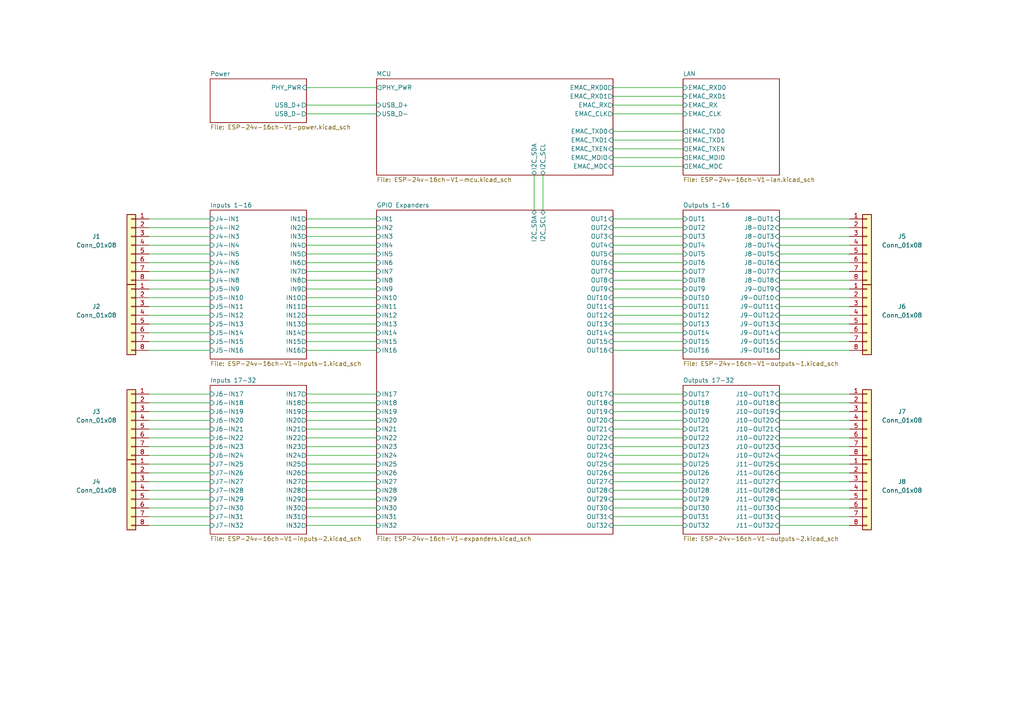
<source format=kicad_sch>
(kicad_sch (version 20230121) (generator eeschema)
  (paper "A4")
  (title_block (title "ESP 16x 24VDC Input 16x 24VDC Output Module") (date "2023-05-05") (rev "V1"))
  (lib_symbols
    (symbol "Connector_Generic:Conn_01x08" (pin_names (offset 1.016) hide)
      (property "Reference" "J" (at 0 10.16 0))
      (property "Value" "Conn_01x08" (at 0 -12.7 0))
      (symbol "Conn_01x08_1_1"
        (rectangle (start -1.27 -10.033) (end 0 -10.287) (stroke (width 0.1524)))
        (rectangle (start -1.27 -7.493) (end 0 -7.747) (stroke (width 0.1524)))
        (rectangle (start -1.27 -4.953) (end 0 -5.207) (stroke (width 0.1524)))
        (rectangle (start -1.27 -2.413) (end 0 -2.667) (stroke (width 0.1524)))
        (rectangle (start -1.27 0.127) (end 0 -0.127) (stroke (width 0.1524)))
        (rectangle (start -1.27 2.667) (end 0 2.413) (stroke (width 0.1524)))
        (rectangle (start -1.27 5.207) (end 0 4.953) (stroke (width 0.1524)))
        (rectangle (start -1.27 7.747) (end 0 7.493) (stroke (width 0.1524)))
        (rectangle (start -1.27 8.89) (end 1.27 -11.43) (stroke (width 0.254)) (fill (type background)))
        (pin passive line (at -5.08 7.62 0) (length 3.81) (name "Pin_1") (number "1"))
        (pin passive line (at -5.08 5.08 0) (length 3.81) (name "Pin_2") (number "2"))
        (pin passive line (at -5.08 2.54 0) (length 3.81) (name "Pin_3") (number "3"))
        (pin passive line (at -5.08 0 0) (length 3.81) (name "Pin_4") (number "4"))
        (pin passive line (at -5.08 -2.54 0) (length 3.81) (name "Pin_5") (number "5"))
        (pin passive line (at -5.08 -5.08 0) (length 3.81) (name "Pin_6") (number "6"))
        (pin passive line (at -5.08 -7.62 0) (length 3.81) (name "Pin_7") (number "7"))
        (pin passive line (at -5.08 -10.16 0) (length 3.81) (name "Pin_8") (number "8"))
      )
    )
  )
  (wire (pts (xy 88.9 101.6) (xy 109.22 101.6)))
  (wire (pts (xy 177.8 114.3) (xy 198.12 114.3)))
  (wire (pts (xy 43.18 139.7) (xy 60.96 139.7)))
  (wire (pts (xy 88.9 83.82) (xy 109.22 83.82)))
  (wire (pts (xy 177.8 38.1) (xy 198.12 38.1)))
  (wire (pts (xy 226.06 68.58) (xy 246.38 68.58)))
  (wire (pts (xy 88.9 142.24) (xy 109.22 142.24)))
  (wire (pts (xy 177.8 116.84) (xy 198.12 116.84)))
  (wire (pts (xy 88.9 33.02) (xy 109.22 33.02)))
  (wire (pts (xy 177.8 121.92) (xy 198.12 121.92)))
  (wire (pts (xy 177.8 127) (xy 198.12 127)))
  (wire (pts (xy 177.8 132.08) (xy 198.12 132.08)))
  (wire (pts (xy 177.8 48.26) (xy 198.12 48.26)))
  (wire (pts (xy 43.18 66.04) (xy 60.96 66.04)))
  (wire (pts (xy 226.06 101.6) (xy 246.38 101.6)))
  (wire (pts (xy 226.06 127) (xy 246.38 127)))
  (wire (pts (xy 226.06 121.92) (xy 246.38 121.92)))
  (wire (pts (xy 226.06 147.32) (xy 246.38 147.32)))
  (wire (pts (xy 226.06 78.74) (xy 246.38 78.74)))
  (wire (pts (xy 88.9 25.4) (xy 109.22 25.4)))
  (wire (pts (xy 226.06 114.3) (xy 246.38 114.3)))
  (wire (pts (xy 177.8 152.4) (xy 198.12 152.4)))
  (wire (pts (xy 88.9 91.44) (xy 109.22 91.44)))
  (wire (pts (xy 88.9 121.92) (xy 109.22 121.92)))
  (wire (pts (xy 177.8 30.48) (xy 198.12 30.48)))
  (wire (pts (xy 43.18 96.52) (xy 60.96 96.52)))
  (wire (pts (xy 177.8 119.38) (xy 198.12 119.38)))
  (wire (pts (xy 226.06 149.86) (xy 246.38 149.86)))
  (wire (pts (xy 226.06 63.5) (xy 246.38 63.5)))
  (wire (pts (xy 226.06 99.06) (xy 246.38 99.06)))
  (wire (pts (xy 88.9 88.9) (xy 109.22 88.9)))
  (wire (pts (xy 177.8 68.58) (xy 198.12 68.58)))
  (wire (pts (xy 177.8 142.24) (xy 198.12 142.24)))
  (wire (pts (xy 177.8 91.44) (xy 198.12 91.44)))
  (wire (pts (xy 43.18 124.46) (xy 60.96 124.46)))
  (wire (pts (xy 226.06 71.12) (xy 246.38 71.12)))
  (wire (pts (xy 43.18 76.2) (xy 60.96 76.2)))
  (wire (pts (xy 88.9 86.36) (xy 109.22 86.36)))
  (wire (pts (xy 43.18 101.6) (xy 60.96 101.6)))
  (wire (pts (xy 43.18 81.28) (xy 60.96 81.28)))
  (wire (pts (xy 88.9 144.78) (xy 109.22 144.78)))
  (wire (pts (xy 88.9 124.46) (xy 109.22 124.46)))
  (wire (pts (xy 43.18 147.32) (xy 60.96 147.32)))
  (wire (pts (xy 226.06 134.62) (xy 246.38 134.62)))
  (wire (pts (xy 226.06 96.52) (xy 246.38 96.52)))
  (wire (pts (xy 43.18 119.38) (xy 60.96 119.38)))
  (wire (pts (xy 88.9 73.66) (xy 109.22 73.66)))
  (wire (pts (xy 177.8 27.94) (xy 198.12 27.94)))
  (wire (pts (xy 177.8 66.04) (xy 198.12 66.04)))
  (wire (pts (xy 177.8 147.32) (xy 198.12 147.32)))
  (wire (pts (xy 177.8 40.64) (xy 198.12 40.64)))
  (wire (pts (xy 43.18 152.4) (xy 60.96 152.4)))
  (wire (pts (xy 177.8 139.7) (xy 198.12 139.7)))
  (wire (pts (xy 88.9 134.62) (xy 109.22 134.62)))
  (wire (pts (xy 88.9 132.08) (xy 109.22 132.08)))
  (wire (pts (xy 88.9 30.48) (xy 109.22 30.48)))
  (wire (pts (xy 88.9 149.86) (xy 109.22 149.86)))
  (wire (pts (xy 88.9 127) (xy 109.22 127)))
  (wire (pts (xy 226.06 91.44) (xy 246.38 91.44)))
  (wire (pts (xy 177.8 71.12) (xy 198.12 71.12)))
  (wire (pts (xy 88.9 116.84) (xy 109.22 116.84)))
  (wire (pts (xy 88.9 119.38) (xy 109.22 119.38)))
  (wire (pts (xy 43.18 83.82) (xy 60.96 83.82)))
  (wire (pts (xy 43.18 149.86) (xy 60.96 149.86)))
  (wire (pts (xy 43.18 142.24) (xy 60.96 142.24)))
  (wire (pts (xy 43.18 121.92) (xy 60.96 121.92)))
  (wire (pts (xy 226.06 93.98) (xy 246.38 93.98)))
  (wire (pts (xy 88.9 99.06) (xy 109.22 99.06)))
  (wire (pts (xy 88.9 93.98) (xy 109.22 93.98)))
  (wire (pts (xy 43.18 129.54) (xy 60.96 129.54)))
  (wire (pts (xy 226.06 132.08) (xy 246.38 132.08)))
  (wire (pts (xy 177.8 81.28) (xy 198.12 81.28)))
  (wire (pts (xy 43.18 134.62) (xy 60.96 134.62)))
  (wire (pts (xy 88.9 147.32) (xy 109.22 147.32)))
  (wire (pts (xy 88.9 114.3) (xy 109.22 114.3)))
  (wire (pts (xy 177.8 78.74) (xy 198.12 78.74)))
  (wire (pts (xy 177.8 76.2) (xy 198.12 76.2)))
  (wire (pts (xy 177.8 73.66) (xy 198.12 73.66)))
  (wire (pts (xy 43.18 71.12) (xy 60.96 71.12)))
  (wire (pts (xy 43.18 73.66) (xy 60.96 73.66)))
  (wire (pts (xy 43.18 99.06) (xy 60.96 99.06)))
  (wire (pts (xy 226.06 81.28) (xy 246.38 81.28)))
  (wire (pts (xy 177.8 144.78) (xy 198.12 144.78)))
  (wire (pts (xy 157.48 50.8) (xy 157.48 60.96)))
  (wire (pts (xy 88.9 152.4) (xy 109.22 152.4)))
  (wire (pts (xy 177.8 129.54) (xy 198.12 129.54)))
  (wire (pts (xy 43.18 68.58) (xy 60.96 68.58)))
  (wire (pts (xy 88.9 63.5) (xy 109.22 63.5)))
  (wire (pts (xy 226.06 116.84) (xy 246.38 116.84)))
  (wire (pts (xy 88.9 71.12) (xy 109.22 71.12)))
  (wire (pts (xy 88.9 68.58) (xy 109.22 68.58)))
  (wire (pts (xy 88.9 76.2) (xy 109.22 76.2)))
  (wire (pts (xy 177.8 63.5) (xy 198.12 63.5)))
  (wire (pts (xy 88.9 78.74) (xy 109.22 78.74)))
  (wire (pts (xy 177.8 134.62) (xy 198.12 134.62)))
  (wire (pts (xy 177.8 45.72) (xy 198.12 45.72)))
  (wire (pts (xy 177.8 86.36) (xy 198.12 86.36)))
  (wire (pts (xy 226.06 152.4) (xy 246.38 152.4)))
  (wire (pts (xy 43.18 93.98) (xy 60.96 93.98)))
  (wire (pts (xy 43.18 137.16) (xy 60.96 137.16)))
  (wire (pts (xy 226.06 142.24) (xy 246.38 142.24)))
  (wire (pts (xy 226.06 76.2) (xy 246.38 76.2)))
  (wire (pts (xy 177.8 99.06) (xy 198.12 99.06)))
  (wire (pts (xy 88.9 129.54) (xy 109.22 129.54)))
  (wire (pts (xy 177.8 43.18) (xy 198.12 43.18)))
  (wire (pts (xy 88.9 96.52) (xy 109.22 96.52)))
  (wire (pts (xy 88.9 139.7) (xy 109.22 139.7)))
  (wire (pts (xy 226.06 139.7) (xy 246.38 139.7)))
  (wire (pts (xy 43.18 63.5) (xy 60.96 63.5)))
  (wire (pts (xy 226.06 124.46) (xy 246.38 124.46)))
  (wire (pts (xy 226.06 86.36) (xy 246.38 86.36)))
  (wire (pts (xy 43.18 91.44) (xy 60.96 91.44)))
  (wire (pts (xy 177.8 124.46) (xy 198.12 124.46)))
  (wire (pts (xy 88.9 66.04) (xy 109.22 66.04)))
  (wire (pts (xy 43.18 86.36) (xy 60.96 86.36)))
  (wire (pts (xy 43.18 114.3) (xy 60.96 114.3)))
  (wire (pts (xy 226.06 129.54) (xy 246.38 129.54)))
  (wire (pts (xy 177.8 88.9) (xy 198.12 88.9)))
  (wire (pts (xy 226.06 137.16) (xy 246.38 137.16)))
  (wire (pts (xy 154.94 50.8) (xy 154.94 60.96)))
  (wire (pts (xy 177.8 101.6) (xy 198.12 101.6)))
  (wire (pts (xy 226.06 88.9) (xy 246.38 88.9)))
  (wire (pts (xy 226.06 119.38) (xy 246.38 119.38)))
  (wire (pts (xy 43.18 144.78) (xy 60.96 144.78)))
  (wire (pts (xy 177.8 93.98) (xy 198.12 93.98)))
  (wire (pts (xy 43.18 88.9) (xy 60.96 88.9)))
  (wire (pts (xy 226.06 73.66) (xy 246.38 73.66)))
  (wire (pts (xy 177.8 149.86) (xy 198.12 149.86)))
  (wire (pts (xy 43.18 132.08) (xy 60.96 132.08)))
  (wire (pts (xy 177.8 96.52) (xy 198.12 96.52)))
  (wire (pts (xy 88.9 81.28) (xy 109.22 81.28)))
  (wire (pts (xy 43.18 78.74) (xy 60.96 78.74)))
  (wire (pts (xy 177.8 33.02) (xy 198.12 33.02)))
  (wire (pts (xy 226.06 83.82) (xy 246.38 83.82)))
  (wire (pts (xy 177.8 25.4) (xy 198.12 25.4)))
  (wire (pts (xy 226.06 144.78) (xy 246.38 144.78)))
  (wire (pts (xy 177.8 137.16) (xy 198.12 137.16)))
  (wire (pts (xy 177.8 83.82) (xy 198.12 83.82)))
  (wire (pts (xy 88.9 137.16) (xy 109.22 137.16)))
  (wire (pts (xy 43.18 116.84) (xy 60.96 116.84)))
  (wire (pts (xy 226.06 66.04) (xy 246.38 66.04)))
  (wire (pts (xy 43.18 127) (xy 60.96 127)))
  (symbol (lib_id "Connector_Generic:Conn_01x08") (at 251.46 91.44 0) (unit 1)
    (property "Reference" "J6" (at 261.62 88.9 0))
    (property "Value" "Conn_01x08" (at 261.62 91.44 0))
    (property "Footprint" "Tales:TerminalBlock_Dorabo_DB141V-2.54-08P_1x08_P2.54mm_Vertical" (effects hide))
    (property "JLCPCB BOM" "1" (effects hide))
    (property "LCSC Part #" "C2898750" (effects hide))
    (property "Mfr" "DIBO" (effects hide))
    (property "Mfr PN" "DB141V-2.54-8P" (effects hide))
    (property "Vendor" "JLCPCB" (effects hide))
    (property "Vendor PN" "C2898750" (effects hide))
  )
  (symbol (lib_id "Connector_Generic:Conn_01x08") (at 251.46 121.92 0) (unit 1)
    (property "Reference" "J7" (at 261.62 119.38 0))
    (property "Value" "Conn_01x08" (at 261.62 121.92 0))
    (property "Footprint" "Tales:TerminalBlock_Dorabo_DB141V-2.54-08P_1x08_P2.54mm_Vertical" (effects hide))
    (property "JLCPCB BOM" "1" (effects hide))
    (property "LCSC Part #" "C2898750" (effects hide))
    (property "Mfr" "DIBO" (effects hide))
    (property "Mfr PN" "DB141V-2.54-8P" (effects hide))
    (property "Vendor" "JLCPCB" (effects hide))
    (property "Vendor PN" "C2898750" (effects hide))
  )
  (symbol (lib_id "Connector_Generic:Conn_01x08") (at 251.46 71.12 0) (unit 1)
    (property "Reference" "J5" (at 261.62 68.58 0))
    (property "Value" "Conn_01x08" (at 261.62 71.12 0))
    (property "Footprint" "Tales:TerminalBlock_Dorabo_DB141V-2.54-08P_1x08_P2.54mm_Vertical" (effects hide))
    (property "JLCPCB BOM" "1" (effects hide))
    (property "LCSC Part #" "C2898750" (effects hide))
    (property "Mfr" "DIBO" (effects hide))
    (property "Mfr PN" "DB141V-2.54-8P" (effects hide))
    (property "Vendor" "JLCPCB" (effects hide))
    (property "Vendor PN" "C2898750" (effects hide))
  )
  (symbol (lib_id "Connector_Generic:Conn_01x08") (at 38.1 91.44 0) (mirror y) (unit 1)
    (property "Reference" "J2" (at 27.94 88.9 0))
    (property "Value" "Conn_01x08" (at 27.94 91.44 0))
    (property "Footprint" "Tales:TerminalBlock_Dorabo_DB141V-2.54-08P_1x08_P2.54mm_Vertical" (effects hide))
    (property "JLCPCB BOM" "1" (effects hide))
    (property "LCSC Part #" "C2898750" (effects hide))
    (property "Mfr" "DIBO" (effects hide))
    (property "Mfr PN" "DB141V-2.54-8P" (effects hide))
    (property "Vendor" "JLCPCB" (effects hide))
    (property "Vendor PN" "C2898750" (effects hide))
  )
  (symbol (lib_id "Connector_Generic:Conn_01x08") (at 38.1 71.12 0) (mirror y) (unit 1)
    (property "Reference" "J1" (at 27.94 68.58 0))
    (property "Value" "Conn_01x08" (at 27.94 71.12 0))
    (property "Footprint" "Tales:TerminalBlock_Dorabo_DB141V-2.54-08P_1x08_P2.54mm_Vertical" (effects hide))
    (property "JLCPCB BOM" "1" (effects hide))
    (property "LCSC Part #" "C2898750" (effects hide))
    (property "Mfr" "DIBO" (effects hide))
    (property "Mfr PN" "DB141V-2.54-8P" (effects hide))
    (property "Vendor" "JLCPCB" (effects hide))
    (property "Vendor PN" "C2898750" (effects hide))
  )
  (symbol (lib_id "Connector_Generic:Conn_01x08") (at 251.46 142.24 0) (unit 1)
    (property "Reference" "J8" (at 261.62 139.7 0))
    (property "Value" "Conn_01x08" (at 261.62 142.24 0))
    (property "Footprint" "Tales:TerminalBlock_Dorabo_DB141V-2.54-08P_1x08_P2.54mm_Vertical" (effects hide))
    (property "JLCPCB BOM" "1" (effects hide))
    (property "LCSC Part #" "C2898750" (effects hide))
    (property "Mfr" "DIBO" (effects hide))
    (property "Mfr PN" "DB141V-2.54-8P" (effects hide))
    (property "Vendor" "JLCPCB" (effects hide))
    (property "Vendor PN" "C2898750" (effects hide))
  )
  (symbol (lib_id "Connector_Generic:Conn_01x08") (at 38.1 121.92 0) (mirror y) (unit 1)
    (property "Reference" "J3" (at 27.94 119.38 0))
    (property "Value" "Conn_01x08" (at 27.94 121.92 0))
    (property "Footprint" "Tales:TerminalBlock_Dorabo_DB141V-2.54-08P_1x08_P2.54mm_Vertical" (effects hide))
    (property "JLCPCB BOM" "1" (effects hide))
    (property "LCSC Part #" "C2898750" (effects hide))
    (property "Mfr" "DIBO" (effects hide))
    (property "Mfr PN" "DB141V-2.54-8P" (effects hide))
    (property "Vendor" "JLCPCB" (effects hide))
    (property "Vendor PN" "C2898750" (effects hide))
  )
  (symbol (lib_id "Connector_Generic:Conn_01x08") (at 38.1 142.24 0) (mirror y) (unit 1)
    (property "Reference" "J4" (at 27.94 139.7 0))
    (property "Value" "Conn_01x08" (at 27.94 142.24 0))
    (property "Footprint" "Tales:TerminalBlock_Dorabo_DB141V-2.54-08P_1x08_P2.54mm_Vertical" (effects hide))
    (property "JLCPCB BOM" "1" (effects hide))
    (property "LCSC Part #" "C2898750" (effects hide))
    (property "Mfr" "DIBO" (effects hide))
    (property "Mfr PN" "DB141V-2.54-8P" (effects hide))
    (property "Vendor" "JLCPCB" (effects hide))
    (property "Vendor PN" "C2898750" (effects hide))
  )
  (sheet (at 60.96 111.76) (size 27.94 43.18) (stroke (width 0.1524))
    (property "Sheetname" "Inputs 17-32" (at 60.96 111.0484 0) (effects (justify left bottom)))
    (property "Sheetfile" "ESP-24v-16ch-V1-inputs-2.kicad_sch" (at 60.96 155.5246 0) (effects (justify left top)))
    (pin "IN19" output (at 88.9 119.38 0))
    (pin "IN20" output (at 88.9 121.92 0))
    (pin "IN18" output (at 88.9 116.84 0))
    (pin "IN17" output (at 88.9 114.3 0))
    (pin "IN30" output (at 88.9 147.32 0))
    (pin "IN25" output (at 88.9 134.62 0))
    (pin "IN26" output (at 88.9 137.16 0))
    (pin "IN29" output (at 88.9 144.78 0))
    (pin "IN27" output (at 88.9 139.7 0))
    (pin "IN28" output (at 88.9 142.24 0))
    (pin "IN31" output (at 88.9 149.86 0))
    (pin "IN32" output (at 88.9 152.4 0))
    (pin "IN21" output (at 88.9 124.46 0))
    (pin "IN24" output (at 88.9 132.08 0))
    (pin "IN22" output (at 88.9 127 0))
    (pin "IN23" output (at 88.9 129.54 0))
    (pin "J6-IN20" input (at 60.96 121.92 180))
    (pin "J6-IN24" input (at 60.96 132.08 180))
    (pin "J7-IN27" input (at 60.96 139.7 180))
    (pin "J6-IN23" input (at 60.96 129.54 180))
    (pin "J7-IN28" input (at 60.96 142.24 180))
    (pin "J6-IN19" input (at 60.96 119.38 180))
    (pin "J7-IN32" input (at 60.96 152.4 180))
    (pin "J7-IN31" input (at 60.96 149.86 180))
    (pin "J6-IN21" input (at 60.96 124.46 180))
    (pin "J6-IN22" input (at 60.96 127 180))
    (pin "J6-IN17" input (at 60.96 114.3 180))
    (pin "J6-IN18" input (at 60.96 116.84 180))
    (pin "J7-IN30" input (at 60.96 147.32 180))
    (pin "J7-IN29" input (at 60.96 144.78 180))
    (pin "J7-IN26" input (at 60.96 137.16 180))
    (pin "J7-IN25" input (at 60.96 134.62 180))
  )
  (sheet (at 198.12 60.96) (size 27.94 43.18) (stroke (width 0.1524))
    (property "Sheetname" "Outputs 1-16" (at 198.12 60.2484 0) (effects (justify left bottom)))
    (property "Sheetfile" "ESP-24v-16ch-V1-outputs-1.kicad_sch" (at 198.12 104.7246 0) (effects (justify left top)))
    (pin "OUT5" input (at 198.12 73.66 180))
    (pin "J8-OUT1" input (at 226.06 63.5 0))
    (pin "OUT1" input (at 198.12 63.5 180))
    (pin "OUT6" input (at 198.12 76.2 180))
    (pin "OUT7" input (at 198.12 78.74 180))
    (pin "OUT2" input (at 198.12 66.04 180))
    (pin "J8-OUT3" input (at 226.06 68.58 0))
    (pin "J8-OUT2" input (at 226.06 66.04 0))
    (pin "J8-OUT4" input (at 226.06 71.12 0))
    (pin "OUT4" input (at 198.12 71.12 180))
    (pin "OUT3" input (at 198.12 68.58 180))
    (pin "J8-OUT6" input (at 226.06 76.2 0))
    (pin "J8-OUT7" input (at 226.06 78.74 0))
    (pin "OUT11" input (at 198.12 88.9 180))
    (pin "OUT10" input (at 198.12 86.36 180))
    (pin "OUT9" input (at 198.12 83.82 180))
    (pin "J8-OUT5" input (at 226.06 73.66 0))
    (pin "J8-OUT8" input (at 226.06 81.28 0))
    (pin "OUT12" input (at 198.12 91.44 180))
    (pin "OUT8" input (at 198.12 81.28 180))
    (pin "J9-OUT9" input (at 226.06 83.82 0))
    (pin "J9-OUT10" input (at 226.06 86.36 0))
    (pin "J9-OUT11" input (at 226.06 88.9 0))
    (pin "J9-OUT12" input (at 226.06 91.44 0))
    (pin "OUT13" input (at 198.12 93.98 180))
    (pin "OUT14" input (at 198.12 96.52 180))
    (pin "J9-OUT13" input (at 226.06 93.98 0))
    (pin "J9-OUT14" input (at 226.06 96.52 0))
    (pin "OUT15" input (at 198.12 99.06 180))
    (pin "J9-OUT15" input (at 226.06 99.06 0))
    (pin "OUT16" input (at 198.12 101.6 180))
    (pin "J9-OUT16" input (at 226.06 101.6 0))
  )
  (sheet (at 60.96 22.86) (size 27.94 12.7) (stroke (width 0.1524))
    (property "Sheetname" "Power" (at 60.96 22.1484 0) (effects (justify left bottom)))
    (property "Sheetfile" "ESP-24v-16ch-V1-power.kicad_sch" (at 60.96 36.1446 0) (effects (justify left top)))
    (pin "PHY_PWR" input (at 88.9 25.4 0))
    (pin "USB_D+" output (at 88.9 30.48 0))
    (pin "USB_D-" output (at 88.9 33.02 0))
  )
  (sheet (at 60.96 60.96) (size 27.94 43.18) (stroke (width 0.1524))
    (property "Sheetname" "Inputs 1-16" (at 60.96 60.2484 0) (effects (justify left bottom)))
    (property "Sheetfile" "ESP-24v-16ch-V1-inputs-1.kicad_sch" (at 60.96 104.7246 0) (effects (justify left top)))
    (pin "IN7" output (at 88.9 78.74 0))
    (pin "IN8" output (at 88.9 81.28 0))
    (pin "IN4" output (at 88.9 71.12 0))
    (pin "IN3" output (at 88.9 68.58 0))
    (pin "IN5" output (at 88.9 73.66 0))
    (pin "IN6" output (at 88.9 76.2 0))
    (pin "IN2" output (at 88.9 66.04 0))
    (pin "IN1" output (at 88.9 63.5 0))
    (pin "IN14" output (at 88.9 96.52 0))
    (pin "IN10" output (at 88.9 86.36 0))
    (pin "IN15" output (at 88.9 99.06 0))
    (pin "IN16" output (at 88.9 101.6 0))
    (pin "IN9" output (at 88.9 83.82 0))
    (pin "IN12" output (at 88.9 91.44 0))
    (pin "IN11" output (at 88.9 88.9 0))
    (pin "IN13" output (at 88.9 93.98 0))
    (pin "J4-IN4" input (at 60.96 71.12 180))
    (pin "J4-IN2" input (at 60.96 66.04 180))
    (pin "J4-IN1" input (at 60.96 63.5 180))
    (pin "J4-IN3" input (at 60.96 68.58 180))
    (pin "J4-IN7" input (at 60.96 78.74 180))
    (pin "J4-IN8" input (at 60.96 81.28 180))
    (pin "J4-IN6" input (at 60.96 76.2 180))
    (pin "J4-IN5" input (at 60.96 73.66 180))
    (pin "J5-IN16" input (at 60.96 101.6 180))
    (pin "J5-IN13" input (at 60.96 93.98 180))
    (pin "J5-IN14" input (at 60.96 96.52 180))
    (pin "J5-IN15" input (at 60.96 99.06 180))
    (pin "J5-IN9" input (at 60.96 83.82 180))
    (pin "J5-IN12" input (at 60.96 91.44 180))
    (pin "J5-IN10" input (at 60.96 86.36 180))
    (pin "J5-IN11" input (at 60.96 88.9 180))
  )
  (sheet (at 109.22 60.96) (size 68.58 93.98) (stroke (width 0.1524))
    (property "Sheetname" "GPIO Expanders" (at 109.22 60.2484 0) (effects (justify left bottom)))
    (property "Sheetfile" "ESP-24v-16ch-V1-expanders.kicad_sch" (at 109.22 155.5246 0) (effects (justify left top)))
    (pin "IN8" input (at 109.22 81.28 180))
    (pin "IN6" input (at 109.22 76.2 180))
    (pin "IN5" input (at 109.22 73.66 180))
    (pin "IN7" input (at 109.22 78.74 180))
    (pin "IN4" input (at 109.22 71.12 180))
    (pin "IN2" input (at 109.22 66.04 180))
    (pin "IN3" input (at 109.22 68.58 180))
    (pin "IN1" input (at 109.22 63.5 180))
    (pin "OUT20" input (at 177.8 121.92 0))
    (pin "OUT19" input (at 177.8 119.38 0))
    (pin "OUT18" input (at 177.8 116.84 0))
    (pin "OUT21" input (at 177.8 124.46 0))
    (pin "OUT24" input (at 177.8 132.08 0))
    (pin "OUT22" input (at 177.8 127 0))
    (pin "OUT23" input (at 177.8 129.54 0))
    (pin "OUT14" input (at 177.8 96.52 0))
    (pin "OUT16" input (at 177.8 101.6 0))
    (pin "OUT15" input (at 177.8 99.06 0))
    (pin "OUT13" input (at 177.8 93.98 0))
    (pin "OUT9" input (at 177.8 83.82 0))
    (pin "OUT10" input (at 177.8 86.36 0))
    (pin "OUT11" input (at 177.8 88.9 0))
    (pin "OUT12" input (at 177.8 91.44 0))
    (pin "IN15" input (at 109.22 99.06 180))
    (pin "IN16" input (at 109.22 101.6 180))
    (pin "IN9" input (at 109.22 83.82 180))
    (pin "IN11" input (at 109.22 88.9 180))
    (pin "IN10" input (at 109.22 86.36 180))
    (pin "IN12" input (at 109.22 91.44 180))
    (pin "IN14" input (at 109.22 96.52 180))
    (pin "IN13" input (at 109.22 93.98 180))
    (pin "IN25" input (at 109.22 134.62 180))
    (pin "IN27" input (at 109.22 139.7 180))
    (pin "IN26" input (at 109.22 137.16 180))
    (pin "IN28" input (at 109.22 142.24 180))
    (pin "IN29" input (at 109.22 144.78 180))
    (pin "IN30" input (at 109.22 147.32 180))
    (pin "IN32" input (at 109.22 152.4 180))
    (pin "IN17" input (at 109.22 114.3 180))
    (pin "IN31" input (at 109.22 149.86 180))
    (pin "IN24" input (at 109.22 132.08 180))
    (pin "IN23" input (at 109.22 129.54 180))
    (pin "IN22" input (at 109.22 127 180))
    (pin "IN18" input (at 109.22 116.84 180))
    (pin "IN21" input (at 109.22 124.46 180))
    (pin "IN19" input (at 109.22 119.38 180))
    (pin "IN20" input (at 109.22 121.92 180))
    (pin "OUT4" input (at 177.8 71.12 0))
    (pin "OUT3" input (at 177.8 68.58 0))
    (pin "OUT5" input (at 177.8 73.66 0))
    (pin "OUT7" input (at 177.8 78.74 0))
    (pin "OUT6" input (at 177.8 76.2 0))
    (pin "OUT8" input (at 177.8 81.28 0))
    (pin "OUT2" input (at 177.8 66.04 0))
    (pin "OUT1" input (at 177.8 63.5 0))
    (pin "OUT32" input (at 177.8 152.4 0))
    (pin "OUT17" input (at 177.8 114.3 0))
    (pin "OUT27" input (at 177.8 139.7 0))
    (pin "OUT30" input (at 177.8 147.32 0))
    (pin "OUT31" input (at 177.8 149.86 0))
    (pin "OUT26" input (at 177.8 137.16 0))
    (pin "OUT28" input (at 177.8 142.24 0))
    (pin "OUT25" input (at 177.8 134.62 0))
    (pin "OUT29" input (at 177.8 144.78 0))
    (pin "I2C_SDA" bidirectional (at 154.94 60.96 90))
    (pin "I2C_SCL" bidirectional (at 157.48 60.96 90))
  )
  (sheet (at 198.12 22.86) (size 27.94 27.94) (stroke (width 0.1524))
    (property "Sheetname" "LAN" (at 198.12 22.1484 0) (effects (justify left bottom)))
    (property "Sheetfile" "ESP-24v-16ch-V1-lan.kicad_sch" (at 198.12 51.3846 0) (effects (justify left top)))
    (pin "EMAC_RX" input (at 198.12 30.48 180))
    (pin "EMAC_MDIO" output (at 198.12 45.72 180))
    (pin "EMAC_TXD0" output (at 198.12 38.1 180))
    (pin "EMAC_TXD1" output (at 198.12 40.64 180))
    (pin "EMAC_TXEN" output (at 198.12 43.18 180))
    (pin "EMAC_RXD1" input (at 198.12 27.94 180))
    (pin "EMAC_RXD0" input (at 198.12 25.4 180))
    (pin "EMAC_MDC" output (at 198.12 48.26 180))
    (pin "EMAC_CLK" input (at 198.12 33.02 180))
  )
  (sheet (at 198.12 111.76) (size 27.94 43.18) (stroke (width 0.1524))
    (property "Sheetname" "Outputs 17-32" (at 198.12 111.0484 0) (effects (justify left bottom)))
    (property "Sheetfile" "ESP-24v-16ch-V1-outputs-2.kicad_sch" (at 198.12 155.5246 0) (effects (justify left top)))
    (pin "OUT17" input (at 198.12 114.3 180))
    (pin "OUT26" input (at 198.12 137.16 180))
    (pin "OUT27" input (at 198.12 139.7 180))
    (pin "OUT20" input (at 198.12 121.92 180))
    (pin "OUT25" input (at 198.12 134.62 180))
    (pin "OUT21" input (at 198.12 124.46 180))
    (pin "OUT22" input (at 198.12 127 180))
    (pin "OUT18" input (at 198.12 116.84 180))
    (pin "OUT19" input (at 198.12 119.38 180))
    (pin "OUT24" input (at 198.12 132.08 180))
    (pin "OUT23" input (at 198.12 129.54 180))
    (pin "OUT28" input (at 198.12 142.24 180))
    (pin "OUT31" input (at 198.12 149.86 180))
    (pin "OUT30" input (at 198.12 147.32 180))
    (pin "OUT32" input (at 198.12 152.4 180))
    (pin "OUT29" input (at 198.12 144.78 180))
    (pin "J10-OUT22" input (at 226.06 127 0))
    (pin "J10-OUT23" input (at 226.06 129.54 0))
    (pin "J10-OUT20" input (at 226.06 121.92 0))
    (pin "J10-OUT21" input (at 226.06 124.46 0))
    (pin "J10-OUT18" input (at 226.06 116.84 0))
    (pin "J10-OUT17" input (at 226.06 114.3 0))
    (pin "J10-OUT19" input (at 226.06 119.38 0))
    (pin "J10-OUT24" input (at 226.06 132.08 0))
    (pin "J11-OUT31" input (at 226.06 149.86 0))
    (pin "J11-OUT26" input (at 226.06 137.16 0))
    (pin "J11-OUT25" input (at 226.06 134.62 0))
    (pin "J11-OUT30" input (at 226.06 147.32 0))
    (pin "J11-OUT27" input (at 226.06 139.7 0))
    (pin "J11-OUT28" input (at 226.06 142.24 0))
    (pin "J11-OUT32" input (at 226.06 152.4 0))
    (pin "J11-OUT29" input (at 226.06 144.78 0))
  )
  (sheet (at 109.22 22.86) (size 68.58 27.94) (stroke (width 0.1524))
    (property "Sheetname" "MCU" (at 109.22 22.1484 0) (effects (justify left bottom)))
    (property "Sheetfile" "ESP-24v-16ch-V1-mcu.kicad_sch" (at 109.22 51.3846 0) (effects (justify left top)))
    (pin "PHY_PWR" output (at 109.22 25.4 180))
    (pin "EMAC_MDIO" input (at 177.8 45.72 0))
    (pin "EMAC_TXD0" input (at 177.8 38.1 0))
    (pin "EMAC_CLK" output (at 177.8 33.02 0))
    (pin "EMAC_MDC" input (at 177.8 48.26 0))
    (pin "EMAC_RXD0" output (at 177.8 25.4 0))
    (pin "EMAC_TXEN" input (at 177.8 43.18 0))
    (pin "EMAC_TXD1" input (at 177.8 40.64 0))
    (pin "EMAC_RXD1" output (at 177.8 27.94 0))
    (pin "EMAC_RX" output (at 177.8 30.48 0))
    (pin "USB_D-" input (at 109.22 33.02 180))
    (pin "USB_D+" input (at 109.22 30.48 180))
    (pin "I2C_SDA" bidirectional (at 154.94 50.8 270))
    (pin "I2C_SCL" bidirectional (at 157.48 50.8 270))
  )
)
</source>
